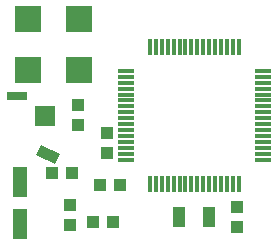
<source format=gtp>
G75*
G70*
%OFA0B0*%
%FSLAX24Y24*%
%IPPOS*%
%LPD*%
%AMOC8*
5,1,8,0,0,1.08239X$1,22.5*
%
%ADD10R,0.0394X0.0433*%
%ADD11R,0.0433X0.0394*%
%ADD12R,0.0906X0.0906*%
%ADD13R,0.0500X0.1000*%
%ADD14R,0.0394X0.0709*%
%ADD15R,0.0551X0.0118*%
%ADD16R,0.0118X0.0551*%
%ADD17R,0.0700X0.0250*%
%ADD18R,0.0650X0.0650*%
%ADD19R,0.0700X0.0360*%
D10*
X009854Y001555D03*
X009854Y002225D03*
X011104Y003935D03*
X011104Y004605D03*
X010121Y004891D03*
X010121Y005560D03*
X015434Y002145D03*
X015434Y001475D03*
D11*
X011539Y002880D03*
X010869Y002880D03*
X009939Y003280D03*
X009269Y003280D03*
X010644Y001656D03*
X011313Y001656D03*
D12*
X010151Y006733D03*
X008458Y006733D03*
X008458Y008426D03*
X010151Y008426D03*
D13*
X008204Y001580D03*
X008204Y002980D03*
D14*
X013512Y001830D03*
X014496Y001830D03*
D15*
X016291Y003733D03*
X016291Y003930D03*
X016291Y004127D03*
X016291Y004324D03*
X016291Y004521D03*
X016291Y004718D03*
X016291Y004914D03*
X016291Y005111D03*
X016291Y005308D03*
X016291Y005505D03*
X016291Y005702D03*
X016291Y005899D03*
X016291Y006096D03*
X016291Y006292D03*
X016291Y006489D03*
X016291Y006686D03*
X011724Y006686D03*
X011724Y006489D03*
X011724Y006292D03*
X011724Y006096D03*
X011724Y005899D03*
X011724Y005702D03*
X011724Y005505D03*
X011724Y005308D03*
X011724Y005111D03*
X011724Y004914D03*
X011724Y004718D03*
X011724Y004521D03*
X011724Y004324D03*
X011724Y004127D03*
X011724Y003930D03*
X011724Y003733D03*
D16*
X012531Y002926D03*
X012728Y002926D03*
X012925Y002926D03*
X013122Y002926D03*
X013319Y002926D03*
X013515Y002926D03*
X013712Y002926D03*
X013909Y002926D03*
X014106Y002926D03*
X014303Y002926D03*
X014500Y002926D03*
X014697Y002926D03*
X014893Y002926D03*
X015090Y002926D03*
X015287Y002926D03*
X015484Y002926D03*
X015484Y007493D03*
X015287Y007493D03*
X015090Y007493D03*
X014893Y007493D03*
X014697Y007493D03*
X014500Y007493D03*
X014303Y007493D03*
X014106Y007493D03*
X013909Y007493D03*
X013712Y007493D03*
X013515Y007493D03*
X013319Y007493D03*
X013122Y007493D03*
X012925Y007493D03*
X012728Y007493D03*
X012531Y007493D03*
D17*
X008102Y005853D03*
D18*
X009047Y005181D03*
D19*
G36*
X008884Y004220D02*
X009518Y003924D01*
X009366Y003598D01*
X008732Y003894D01*
X008884Y004220D01*
G37*
M02*

</source>
